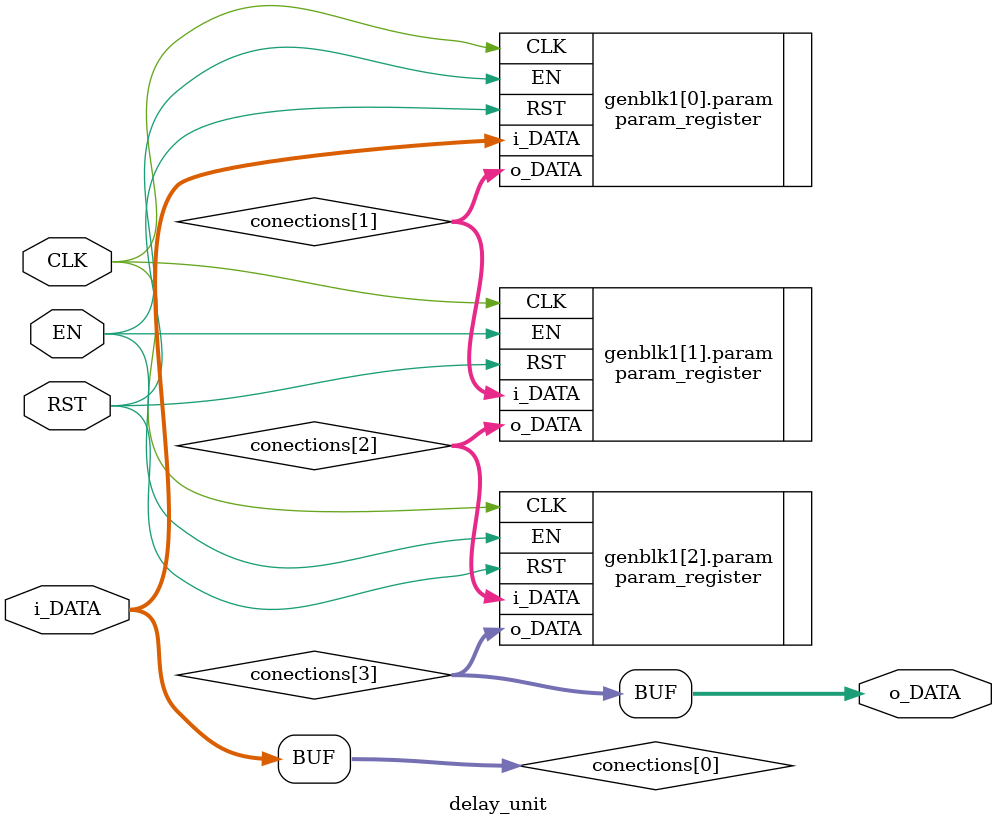
<source format=v>
module delay_unit #(
	parameter BITNESS = 16,
	parameter delay = 3,
	parameter synch_RESET = 1
)(
	input  wire 		  		CLK,
	input  wire 		  		EN,
	input  wire 		  		RST,
	input  wire	[BITNESS-1:0]	i_DATA,
	output wire	[BITNESS-1:0]	o_DATA
);
	wire [BITNESS-1:0] conections [delay:0];

	assign conections[0] 	= i_DATA;
	assign o_DATA 			= conections[delay];

	genvar i;

	generate
		for (i = 0; i < delay; i = i + 1) begin 
			param_register #(
			.BITNESS	(BITNESS		),
			.synch_RESET(synch_RESET	))
		param (
			.CLK		(CLK			),
			.EN			(EN				),
			.RST		(RST			),
			.i_DATA		(conections[i]	),
			.o_DATA		(conections[i+1])
		);
		end
	endgenerate
endmodule
</source>
